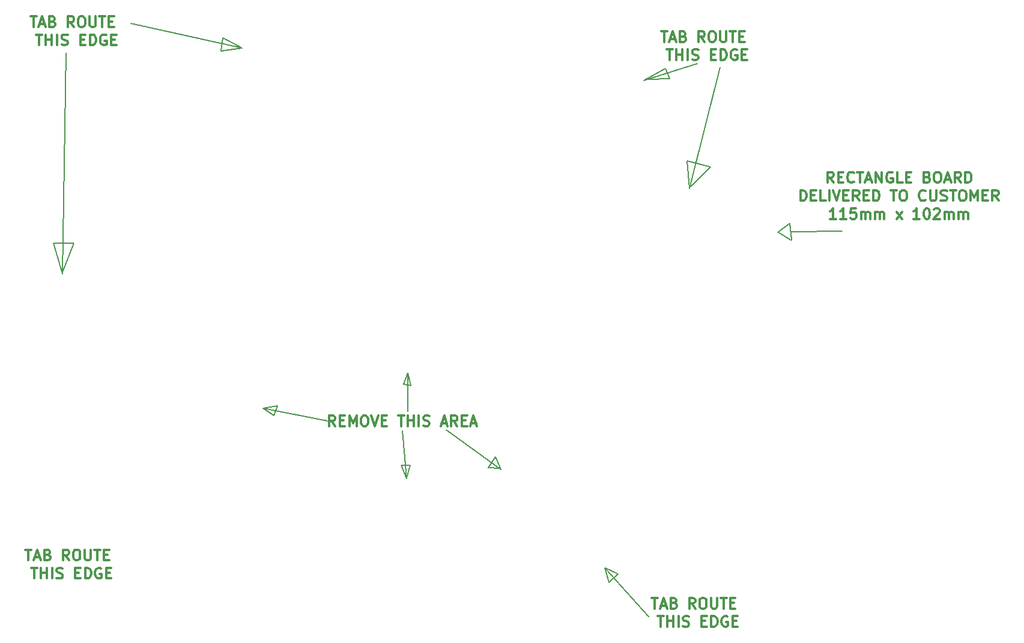
<source format=gbr>
G04 #@! TF.GenerationSoftware,KiCad,Pcbnew,(5.1.2)-2*
G04 #@! TF.CreationDate,2019-10-03T15:28:12-06:00*
G04 #@! TF.ProjectId,MagSensor,4d616753-656e-4736-9f72-2e6b69636164,rev?*
G04 #@! TF.SameCoordinates,Original*
G04 #@! TF.FileFunction,Other,Comment*
%FSLAX46Y46*%
G04 Gerber Fmt 4.6, Leading zero omitted, Abs format (unit mm)*
G04 Created by KiCad (PCBNEW (5.1.2)-2) date 2019-10-03 15:28:12*
%MOMM*%
%LPD*%
G04 APERTURE LIST*
%ADD10C,0.200000*%
%ADD11C,0.300000*%
G04 APERTURE END LIST*
D10*
X109323088Y-139905684D02*
X107823088Y-138905684D01*
X109823088Y-138505684D02*
X109323088Y-139905684D01*
X107823088Y-138905684D02*
X109823088Y-138505684D01*
X116823088Y-140605684D02*
X107823088Y-138905684D01*
X128523088Y-146905684D02*
X128023088Y-148705684D01*
X127223088Y-146905684D02*
X128523088Y-146905684D01*
X128023088Y-148805684D02*
X127223088Y-146905684D01*
X127423088Y-142005684D02*
X128023088Y-148805684D01*
X139523088Y-147205684D02*
X141223088Y-147305684D01*
X140523088Y-145705684D02*
X139523088Y-147205684D01*
X141323088Y-147505684D02*
X140523088Y-145705684D01*
X133623088Y-141905684D02*
X141323088Y-147505684D01*
X128623088Y-135605684D02*
X128223088Y-133905684D01*
X127623088Y-135505684D02*
X128623088Y-135605684D01*
X128223088Y-133905684D02*
X127623088Y-135505684D01*
X128223088Y-139305684D02*
X128223088Y-133905684D01*
X170823088Y-104805684D02*
X168123088Y-107505684D01*
X167523088Y-104005684D02*
X170823088Y-104805684D01*
X167923088Y-107905684D02*
X167523088Y-104005684D01*
X172223088Y-90805684D02*
X167923088Y-107905684D01*
X165123088Y-92405684D02*
X162223088Y-92505684D01*
X164523088Y-90905684D02*
X165123088Y-92405684D01*
X161423088Y-92605684D02*
X164523088Y-90905684D01*
X169023088Y-90305684D02*
X161423088Y-92605684D01*
D11*
X163887373Y-85709255D02*
X164744516Y-85709255D01*
X164315945Y-87209255D02*
X164315945Y-85709255D01*
X165173088Y-86780684D02*
X165887373Y-86780684D01*
X165030230Y-87209255D02*
X165530230Y-85709255D01*
X166030230Y-87209255D01*
X167030230Y-86423541D02*
X167244516Y-86494969D01*
X167315945Y-86566398D01*
X167387373Y-86709255D01*
X167387373Y-86923541D01*
X167315945Y-87066398D01*
X167244516Y-87137826D01*
X167101659Y-87209255D01*
X166530230Y-87209255D01*
X166530230Y-85709255D01*
X167030230Y-85709255D01*
X167173088Y-85780684D01*
X167244516Y-85852112D01*
X167315945Y-85994969D01*
X167315945Y-86137826D01*
X167244516Y-86280684D01*
X167173088Y-86352112D01*
X167030230Y-86423541D01*
X166530230Y-86423541D01*
X170030230Y-87209255D02*
X169530230Y-86494969D01*
X169173088Y-87209255D02*
X169173088Y-85709255D01*
X169744516Y-85709255D01*
X169887373Y-85780684D01*
X169958802Y-85852112D01*
X170030230Y-85994969D01*
X170030230Y-86209255D01*
X169958802Y-86352112D01*
X169887373Y-86423541D01*
X169744516Y-86494969D01*
X169173088Y-86494969D01*
X170958802Y-85709255D02*
X171244516Y-85709255D01*
X171387373Y-85780684D01*
X171530230Y-85923541D01*
X171601659Y-86209255D01*
X171601659Y-86709255D01*
X171530230Y-86994969D01*
X171387373Y-87137826D01*
X171244516Y-87209255D01*
X170958802Y-87209255D01*
X170815945Y-87137826D01*
X170673088Y-86994969D01*
X170601659Y-86709255D01*
X170601659Y-86209255D01*
X170673088Y-85923541D01*
X170815945Y-85780684D01*
X170958802Y-85709255D01*
X172244516Y-85709255D02*
X172244516Y-86923541D01*
X172315945Y-87066398D01*
X172387373Y-87137826D01*
X172530230Y-87209255D01*
X172815945Y-87209255D01*
X172958802Y-87137826D01*
X173030230Y-87066398D01*
X173101659Y-86923541D01*
X173101659Y-85709255D01*
X173601659Y-85709255D02*
X174458802Y-85709255D01*
X174030230Y-87209255D02*
X174030230Y-85709255D01*
X174958802Y-86423541D02*
X175458802Y-86423541D01*
X175673088Y-87209255D02*
X174958802Y-87209255D01*
X174958802Y-85709255D01*
X175673088Y-85709255D01*
X164708802Y-88259255D02*
X165565945Y-88259255D01*
X165137373Y-89759255D02*
X165137373Y-88259255D01*
X166065945Y-89759255D02*
X166065945Y-88259255D01*
X166065945Y-88973541D02*
X166923088Y-88973541D01*
X166923088Y-89759255D02*
X166923088Y-88259255D01*
X167637373Y-89759255D02*
X167637373Y-88259255D01*
X168280230Y-89687826D02*
X168494516Y-89759255D01*
X168851659Y-89759255D01*
X168994516Y-89687826D01*
X169065945Y-89616398D01*
X169137373Y-89473541D01*
X169137373Y-89330684D01*
X169065945Y-89187826D01*
X168994516Y-89116398D01*
X168851659Y-89044969D01*
X168565945Y-88973541D01*
X168423088Y-88902112D01*
X168351659Y-88830684D01*
X168280230Y-88687826D01*
X168280230Y-88544969D01*
X168351659Y-88402112D01*
X168423088Y-88330684D01*
X168565945Y-88259255D01*
X168923088Y-88259255D01*
X169137373Y-88330684D01*
X170923088Y-88973541D02*
X171423088Y-88973541D01*
X171637373Y-89759255D02*
X170923088Y-89759255D01*
X170923088Y-88259255D01*
X171637373Y-88259255D01*
X172280230Y-89759255D02*
X172280230Y-88259255D01*
X172637373Y-88259255D01*
X172851659Y-88330684D01*
X172994516Y-88473541D01*
X173065945Y-88616398D01*
X173137373Y-88902112D01*
X173137373Y-89116398D01*
X173065945Y-89402112D01*
X172994516Y-89544969D01*
X172851659Y-89687826D01*
X172637373Y-89759255D01*
X172280230Y-89759255D01*
X174565945Y-88330684D02*
X174423088Y-88259255D01*
X174208802Y-88259255D01*
X173994516Y-88330684D01*
X173851659Y-88473541D01*
X173780230Y-88616398D01*
X173708802Y-88902112D01*
X173708802Y-89116398D01*
X173780230Y-89402112D01*
X173851659Y-89544969D01*
X173994516Y-89687826D01*
X174208802Y-89759255D01*
X174351659Y-89759255D01*
X174565945Y-89687826D01*
X174637373Y-89616398D01*
X174637373Y-89116398D01*
X174351659Y-89116398D01*
X175280230Y-88973541D02*
X175780230Y-88973541D01*
X175994516Y-89759255D02*
X175280230Y-89759255D01*
X175280230Y-88259255D01*
X175994516Y-88259255D01*
D10*
X81123088Y-115605684D02*
X79623088Y-119505684D01*
X78223088Y-115605684D02*
X81123088Y-115605684D01*
X79523088Y-119905684D02*
X78223088Y-115605684D01*
X80023088Y-88705684D02*
X79523088Y-119905684D01*
X101823088Y-88505684D02*
X104823088Y-88105684D01*
X102123088Y-86605684D02*
X101823088Y-88505684D01*
X104823088Y-88105684D02*
X102123088Y-86605684D01*
X89123088Y-84605684D02*
X104823088Y-88105684D01*
D11*
X74987373Y-83609255D02*
X75844516Y-83609255D01*
X75415945Y-85109255D02*
X75415945Y-83609255D01*
X76273088Y-84680684D02*
X76987373Y-84680684D01*
X76130230Y-85109255D02*
X76630230Y-83609255D01*
X77130230Y-85109255D01*
X78130230Y-84323541D02*
X78344516Y-84394969D01*
X78415945Y-84466398D01*
X78487373Y-84609255D01*
X78487373Y-84823541D01*
X78415945Y-84966398D01*
X78344516Y-85037826D01*
X78201659Y-85109255D01*
X77630230Y-85109255D01*
X77630230Y-83609255D01*
X78130230Y-83609255D01*
X78273088Y-83680684D01*
X78344516Y-83752112D01*
X78415945Y-83894969D01*
X78415945Y-84037826D01*
X78344516Y-84180684D01*
X78273088Y-84252112D01*
X78130230Y-84323541D01*
X77630230Y-84323541D01*
X81130230Y-85109255D02*
X80630230Y-84394969D01*
X80273088Y-85109255D02*
X80273088Y-83609255D01*
X80844516Y-83609255D01*
X80987373Y-83680684D01*
X81058802Y-83752112D01*
X81130230Y-83894969D01*
X81130230Y-84109255D01*
X81058802Y-84252112D01*
X80987373Y-84323541D01*
X80844516Y-84394969D01*
X80273088Y-84394969D01*
X82058802Y-83609255D02*
X82344516Y-83609255D01*
X82487373Y-83680684D01*
X82630230Y-83823541D01*
X82701659Y-84109255D01*
X82701659Y-84609255D01*
X82630230Y-84894969D01*
X82487373Y-85037826D01*
X82344516Y-85109255D01*
X82058802Y-85109255D01*
X81915945Y-85037826D01*
X81773088Y-84894969D01*
X81701659Y-84609255D01*
X81701659Y-84109255D01*
X81773088Y-83823541D01*
X81915945Y-83680684D01*
X82058802Y-83609255D01*
X83344516Y-83609255D02*
X83344516Y-84823541D01*
X83415945Y-84966398D01*
X83487373Y-85037826D01*
X83630230Y-85109255D01*
X83915945Y-85109255D01*
X84058802Y-85037826D01*
X84130230Y-84966398D01*
X84201659Y-84823541D01*
X84201659Y-83609255D01*
X84701659Y-83609255D02*
X85558802Y-83609255D01*
X85130230Y-85109255D02*
X85130230Y-83609255D01*
X86058802Y-84323541D02*
X86558802Y-84323541D01*
X86773088Y-85109255D02*
X86058802Y-85109255D01*
X86058802Y-83609255D01*
X86773088Y-83609255D01*
X75808802Y-86159255D02*
X76665945Y-86159255D01*
X76237373Y-87659255D02*
X76237373Y-86159255D01*
X77165945Y-87659255D02*
X77165945Y-86159255D01*
X77165945Y-86873541D02*
X78023088Y-86873541D01*
X78023088Y-87659255D02*
X78023088Y-86159255D01*
X78737373Y-87659255D02*
X78737373Y-86159255D01*
X79380230Y-87587826D02*
X79594516Y-87659255D01*
X79951659Y-87659255D01*
X80094516Y-87587826D01*
X80165945Y-87516398D01*
X80237373Y-87373541D01*
X80237373Y-87230684D01*
X80165945Y-87087826D01*
X80094516Y-87016398D01*
X79951659Y-86944969D01*
X79665945Y-86873541D01*
X79523088Y-86802112D01*
X79451659Y-86730684D01*
X79380230Y-86587826D01*
X79380230Y-86444969D01*
X79451659Y-86302112D01*
X79523088Y-86230684D01*
X79665945Y-86159255D01*
X80023088Y-86159255D01*
X80237373Y-86230684D01*
X82023088Y-86873541D02*
X82523088Y-86873541D01*
X82737373Y-87659255D02*
X82023088Y-87659255D01*
X82023088Y-86159255D01*
X82737373Y-86159255D01*
X83380230Y-87659255D02*
X83380230Y-86159255D01*
X83737373Y-86159255D01*
X83951659Y-86230684D01*
X84094516Y-86373541D01*
X84165945Y-86516398D01*
X84237373Y-86802112D01*
X84237373Y-87016398D01*
X84165945Y-87302112D01*
X84094516Y-87444969D01*
X83951659Y-87587826D01*
X83737373Y-87659255D01*
X83380230Y-87659255D01*
X85665945Y-86230684D02*
X85523088Y-86159255D01*
X85308802Y-86159255D01*
X85094516Y-86230684D01*
X84951659Y-86373541D01*
X84880230Y-86516398D01*
X84808802Y-86802112D01*
X84808802Y-87016398D01*
X84880230Y-87302112D01*
X84951659Y-87444969D01*
X85094516Y-87587826D01*
X85308802Y-87659255D01*
X85451659Y-87659255D01*
X85665945Y-87587826D01*
X85737373Y-87516398D01*
X85737373Y-87016398D01*
X85451659Y-87016398D01*
X86380230Y-86873541D02*
X86880230Y-86873541D01*
X87094516Y-87659255D02*
X86380230Y-87659255D01*
X86380230Y-86159255D01*
X87094516Y-86159255D01*
X74287373Y-158809255D02*
X75144516Y-158809255D01*
X74715945Y-160309255D02*
X74715945Y-158809255D01*
X75573088Y-159880684D02*
X76287373Y-159880684D01*
X75430230Y-160309255D02*
X75930230Y-158809255D01*
X76430230Y-160309255D01*
X77430230Y-159523541D02*
X77644516Y-159594969D01*
X77715945Y-159666398D01*
X77787373Y-159809255D01*
X77787373Y-160023541D01*
X77715945Y-160166398D01*
X77644516Y-160237826D01*
X77501659Y-160309255D01*
X76930230Y-160309255D01*
X76930230Y-158809255D01*
X77430230Y-158809255D01*
X77573088Y-158880684D01*
X77644516Y-158952112D01*
X77715945Y-159094969D01*
X77715945Y-159237826D01*
X77644516Y-159380684D01*
X77573088Y-159452112D01*
X77430230Y-159523541D01*
X76930230Y-159523541D01*
X80430230Y-160309255D02*
X79930230Y-159594969D01*
X79573088Y-160309255D02*
X79573088Y-158809255D01*
X80144516Y-158809255D01*
X80287373Y-158880684D01*
X80358802Y-158952112D01*
X80430230Y-159094969D01*
X80430230Y-159309255D01*
X80358802Y-159452112D01*
X80287373Y-159523541D01*
X80144516Y-159594969D01*
X79573088Y-159594969D01*
X81358802Y-158809255D02*
X81644516Y-158809255D01*
X81787373Y-158880684D01*
X81930230Y-159023541D01*
X82001659Y-159309255D01*
X82001659Y-159809255D01*
X81930230Y-160094969D01*
X81787373Y-160237826D01*
X81644516Y-160309255D01*
X81358802Y-160309255D01*
X81215945Y-160237826D01*
X81073088Y-160094969D01*
X81001659Y-159809255D01*
X81001659Y-159309255D01*
X81073088Y-159023541D01*
X81215945Y-158880684D01*
X81358802Y-158809255D01*
X82644516Y-158809255D02*
X82644516Y-160023541D01*
X82715945Y-160166398D01*
X82787373Y-160237826D01*
X82930230Y-160309255D01*
X83215945Y-160309255D01*
X83358802Y-160237826D01*
X83430230Y-160166398D01*
X83501659Y-160023541D01*
X83501659Y-158809255D01*
X84001659Y-158809255D02*
X84858802Y-158809255D01*
X84430230Y-160309255D02*
X84430230Y-158809255D01*
X85358802Y-159523541D02*
X85858802Y-159523541D01*
X86073088Y-160309255D02*
X85358802Y-160309255D01*
X85358802Y-158809255D01*
X86073088Y-158809255D01*
X75108802Y-161359255D02*
X75965945Y-161359255D01*
X75537373Y-162859255D02*
X75537373Y-161359255D01*
X76465945Y-162859255D02*
X76465945Y-161359255D01*
X76465945Y-162073541D02*
X77323088Y-162073541D01*
X77323088Y-162859255D02*
X77323088Y-161359255D01*
X78037373Y-162859255D02*
X78037373Y-161359255D01*
X78680230Y-162787826D02*
X78894516Y-162859255D01*
X79251659Y-162859255D01*
X79394516Y-162787826D01*
X79465945Y-162716398D01*
X79537373Y-162573541D01*
X79537373Y-162430684D01*
X79465945Y-162287826D01*
X79394516Y-162216398D01*
X79251659Y-162144969D01*
X78965945Y-162073541D01*
X78823088Y-162002112D01*
X78751659Y-161930684D01*
X78680230Y-161787826D01*
X78680230Y-161644969D01*
X78751659Y-161502112D01*
X78823088Y-161430684D01*
X78965945Y-161359255D01*
X79323088Y-161359255D01*
X79537373Y-161430684D01*
X81323088Y-162073541D02*
X81823088Y-162073541D01*
X82037373Y-162859255D02*
X81323088Y-162859255D01*
X81323088Y-161359255D01*
X82037373Y-161359255D01*
X82680230Y-162859255D02*
X82680230Y-161359255D01*
X83037373Y-161359255D01*
X83251659Y-161430684D01*
X83394516Y-161573541D01*
X83465945Y-161716398D01*
X83537373Y-162002112D01*
X83537373Y-162216398D01*
X83465945Y-162502112D01*
X83394516Y-162644969D01*
X83251659Y-162787826D01*
X83037373Y-162859255D01*
X82680230Y-162859255D01*
X84965945Y-161430684D02*
X84823088Y-161359255D01*
X84608802Y-161359255D01*
X84394516Y-161430684D01*
X84251659Y-161573541D01*
X84180230Y-161716398D01*
X84108802Y-162002112D01*
X84108802Y-162216398D01*
X84180230Y-162502112D01*
X84251659Y-162644969D01*
X84394516Y-162787826D01*
X84608802Y-162859255D01*
X84751659Y-162859255D01*
X84965945Y-162787826D01*
X85037373Y-162716398D01*
X85037373Y-162216398D01*
X84751659Y-162216398D01*
X85680230Y-162073541D02*
X86180230Y-162073541D01*
X86394516Y-162859255D02*
X85680230Y-162859255D01*
X85680230Y-161359255D01*
X86394516Y-161359255D01*
D10*
X157823088Y-162205684D02*
X156023088Y-161405684D01*
X156523088Y-163405684D02*
X157823088Y-162205684D01*
X155923088Y-161405684D02*
X156523088Y-163405684D01*
X162123088Y-168205684D02*
X155923088Y-161405684D01*
D11*
X162587373Y-165609255D02*
X163444516Y-165609255D01*
X163015945Y-167109255D02*
X163015945Y-165609255D01*
X163873088Y-166680684D02*
X164587373Y-166680684D01*
X163730230Y-167109255D02*
X164230230Y-165609255D01*
X164730230Y-167109255D01*
X165730230Y-166323541D02*
X165944516Y-166394969D01*
X166015945Y-166466398D01*
X166087373Y-166609255D01*
X166087373Y-166823541D01*
X166015945Y-166966398D01*
X165944516Y-167037826D01*
X165801659Y-167109255D01*
X165230230Y-167109255D01*
X165230230Y-165609255D01*
X165730230Y-165609255D01*
X165873088Y-165680684D01*
X165944516Y-165752112D01*
X166015945Y-165894969D01*
X166015945Y-166037826D01*
X165944516Y-166180684D01*
X165873088Y-166252112D01*
X165730230Y-166323541D01*
X165230230Y-166323541D01*
X168730230Y-167109255D02*
X168230230Y-166394969D01*
X167873088Y-167109255D02*
X167873088Y-165609255D01*
X168444516Y-165609255D01*
X168587373Y-165680684D01*
X168658802Y-165752112D01*
X168730230Y-165894969D01*
X168730230Y-166109255D01*
X168658802Y-166252112D01*
X168587373Y-166323541D01*
X168444516Y-166394969D01*
X167873088Y-166394969D01*
X169658802Y-165609255D02*
X169944516Y-165609255D01*
X170087373Y-165680684D01*
X170230230Y-165823541D01*
X170301659Y-166109255D01*
X170301659Y-166609255D01*
X170230230Y-166894969D01*
X170087373Y-167037826D01*
X169944516Y-167109255D01*
X169658802Y-167109255D01*
X169515945Y-167037826D01*
X169373088Y-166894969D01*
X169301659Y-166609255D01*
X169301659Y-166109255D01*
X169373088Y-165823541D01*
X169515945Y-165680684D01*
X169658802Y-165609255D01*
X170944516Y-165609255D02*
X170944516Y-166823541D01*
X171015945Y-166966398D01*
X171087373Y-167037826D01*
X171230230Y-167109255D01*
X171515945Y-167109255D01*
X171658802Y-167037826D01*
X171730230Y-166966398D01*
X171801659Y-166823541D01*
X171801659Y-165609255D01*
X172301659Y-165609255D02*
X173158802Y-165609255D01*
X172730230Y-167109255D02*
X172730230Y-165609255D01*
X173658802Y-166323541D02*
X174158802Y-166323541D01*
X174373088Y-167109255D02*
X173658802Y-167109255D01*
X173658802Y-165609255D01*
X174373088Y-165609255D01*
X163408802Y-168159255D02*
X164265945Y-168159255D01*
X163837373Y-169659255D02*
X163837373Y-168159255D01*
X164765945Y-169659255D02*
X164765945Y-168159255D01*
X164765945Y-168873541D02*
X165623088Y-168873541D01*
X165623088Y-169659255D02*
X165623088Y-168159255D01*
X166337373Y-169659255D02*
X166337373Y-168159255D01*
X166980230Y-169587826D02*
X167194516Y-169659255D01*
X167551659Y-169659255D01*
X167694516Y-169587826D01*
X167765945Y-169516398D01*
X167837373Y-169373541D01*
X167837373Y-169230684D01*
X167765945Y-169087826D01*
X167694516Y-169016398D01*
X167551659Y-168944969D01*
X167265945Y-168873541D01*
X167123088Y-168802112D01*
X167051659Y-168730684D01*
X166980230Y-168587826D01*
X166980230Y-168444969D01*
X167051659Y-168302112D01*
X167123088Y-168230684D01*
X167265945Y-168159255D01*
X167623088Y-168159255D01*
X167837373Y-168230684D01*
X169623088Y-168873541D02*
X170123088Y-168873541D01*
X170337373Y-169659255D02*
X169623088Y-169659255D01*
X169623088Y-168159255D01*
X170337373Y-168159255D01*
X170980230Y-169659255D02*
X170980230Y-168159255D01*
X171337373Y-168159255D01*
X171551659Y-168230684D01*
X171694516Y-168373541D01*
X171765945Y-168516398D01*
X171837373Y-168802112D01*
X171837373Y-169016398D01*
X171765945Y-169302112D01*
X171694516Y-169444969D01*
X171551659Y-169587826D01*
X171337373Y-169659255D01*
X170980230Y-169659255D01*
X173265945Y-168230684D02*
X173123088Y-168159255D01*
X172908802Y-168159255D01*
X172694516Y-168230684D01*
X172551659Y-168373541D01*
X172480230Y-168516398D01*
X172408802Y-168802112D01*
X172408802Y-169016398D01*
X172480230Y-169302112D01*
X172551659Y-169444969D01*
X172694516Y-169587826D01*
X172908802Y-169659255D01*
X173051659Y-169659255D01*
X173265945Y-169587826D01*
X173337373Y-169516398D01*
X173337373Y-169016398D01*
X173051659Y-169016398D01*
X173980230Y-168873541D02*
X174480230Y-168873541D01*
X174694516Y-169659255D02*
X173980230Y-169659255D01*
X173980230Y-168159255D01*
X174694516Y-168159255D01*
D10*
X182213088Y-115155684D02*
X180413088Y-114055684D01*
X182003088Y-112755684D02*
X182303088Y-115055684D01*
X180343088Y-114015684D02*
X182043088Y-112815684D01*
X189423088Y-113885684D02*
X182223088Y-113985684D01*
D11*
X188213088Y-107054255D02*
X187713088Y-106339969D01*
X187355945Y-107054255D02*
X187355945Y-105554255D01*
X187927373Y-105554255D01*
X188070230Y-105625684D01*
X188141659Y-105697112D01*
X188213088Y-105839969D01*
X188213088Y-106054255D01*
X188141659Y-106197112D01*
X188070230Y-106268541D01*
X187927373Y-106339969D01*
X187355945Y-106339969D01*
X188855945Y-106268541D02*
X189355945Y-106268541D01*
X189570230Y-107054255D02*
X188855945Y-107054255D01*
X188855945Y-105554255D01*
X189570230Y-105554255D01*
X191070230Y-106911398D02*
X190998802Y-106982826D01*
X190784516Y-107054255D01*
X190641659Y-107054255D01*
X190427373Y-106982826D01*
X190284516Y-106839969D01*
X190213088Y-106697112D01*
X190141659Y-106411398D01*
X190141659Y-106197112D01*
X190213088Y-105911398D01*
X190284516Y-105768541D01*
X190427373Y-105625684D01*
X190641659Y-105554255D01*
X190784516Y-105554255D01*
X190998802Y-105625684D01*
X191070230Y-105697112D01*
X191498802Y-105554255D02*
X192355945Y-105554255D01*
X191927373Y-107054255D02*
X191927373Y-105554255D01*
X192784516Y-106625684D02*
X193498802Y-106625684D01*
X192641659Y-107054255D02*
X193141659Y-105554255D01*
X193641659Y-107054255D01*
X194141659Y-107054255D02*
X194141659Y-105554255D01*
X194998802Y-107054255D01*
X194998802Y-105554255D01*
X196498802Y-105625684D02*
X196355945Y-105554255D01*
X196141659Y-105554255D01*
X195927373Y-105625684D01*
X195784516Y-105768541D01*
X195713088Y-105911398D01*
X195641659Y-106197112D01*
X195641659Y-106411398D01*
X195713088Y-106697112D01*
X195784516Y-106839969D01*
X195927373Y-106982826D01*
X196141659Y-107054255D01*
X196284516Y-107054255D01*
X196498802Y-106982826D01*
X196570230Y-106911398D01*
X196570230Y-106411398D01*
X196284516Y-106411398D01*
X197927373Y-107054255D02*
X197213088Y-107054255D01*
X197213088Y-105554255D01*
X198427373Y-106268541D02*
X198927373Y-106268541D01*
X199141659Y-107054255D02*
X198427373Y-107054255D01*
X198427373Y-105554255D01*
X199141659Y-105554255D01*
X201427373Y-106268541D02*
X201641659Y-106339969D01*
X201713088Y-106411398D01*
X201784516Y-106554255D01*
X201784516Y-106768541D01*
X201713088Y-106911398D01*
X201641659Y-106982826D01*
X201498802Y-107054255D01*
X200927373Y-107054255D01*
X200927373Y-105554255D01*
X201427373Y-105554255D01*
X201570230Y-105625684D01*
X201641659Y-105697112D01*
X201713088Y-105839969D01*
X201713088Y-105982826D01*
X201641659Y-106125684D01*
X201570230Y-106197112D01*
X201427373Y-106268541D01*
X200927373Y-106268541D01*
X202713088Y-105554255D02*
X202998802Y-105554255D01*
X203141659Y-105625684D01*
X203284516Y-105768541D01*
X203355945Y-106054255D01*
X203355945Y-106554255D01*
X203284516Y-106839969D01*
X203141659Y-106982826D01*
X202998802Y-107054255D01*
X202713088Y-107054255D01*
X202570230Y-106982826D01*
X202427373Y-106839969D01*
X202355945Y-106554255D01*
X202355945Y-106054255D01*
X202427373Y-105768541D01*
X202570230Y-105625684D01*
X202713088Y-105554255D01*
X203927373Y-106625684D02*
X204641659Y-106625684D01*
X203784516Y-107054255D02*
X204284516Y-105554255D01*
X204784516Y-107054255D01*
X206141659Y-107054255D02*
X205641659Y-106339969D01*
X205284516Y-107054255D02*
X205284516Y-105554255D01*
X205855945Y-105554255D01*
X205998802Y-105625684D01*
X206070230Y-105697112D01*
X206141659Y-105839969D01*
X206141659Y-106054255D01*
X206070230Y-106197112D01*
X205998802Y-106268541D01*
X205855945Y-106339969D01*
X205284516Y-106339969D01*
X206784516Y-107054255D02*
X206784516Y-105554255D01*
X207141659Y-105554255D01*
X207355945Y-105625684D01*
X207498802Y-105768541D01*
X207570230Y-105911398D01*
X207641659Y-106197112D01*
X207641659Y-106411398D01*
X207570230Y-106697112D01*
X207498802Y-106839969D01*
X207355945Y-106982826D01*
X207141659Y-107054255D01*
X206784516Y-107054255D01*
X183534516Y-109604255D02*
X183534516Y-108104255D01*
X183891659Y-108104255D01*
X184105945Y-108175684D01*
X184248802Y-108318541D01*
X184320230Y-108461398D01*
X184391659Y-108747112D01*
X184391659Y-108961398D01*
X184320230Y-109247112D01*
X184248802Y-109389969D01*
X184105945Y-109532826D01*
X183891659Y-109604255D01*
X183534516Y-109604255D01*
X185034516Y-108818541D02*
X185534516Y-108818541D01*
X185748802Y-109604255D02*
X185034516Y-109604255D01*
X185034516Y-108104255D01*
X185748802Y-108104255D01*
X187105945Y-109604255D02*
X186391659Y-109604255D01*
X186391659Y-108104255D01*
X187605945Y-109604255D02*
X187605945Y-108104255D01*
X188105945Y-108104255D02*
X188605945Y-109604255D01*
X189105945Y-108104255D01*
X189605945Y-108818541D02*
X190105945Y-108818541D01*
X190320230Y-109604255D02*
X189605945Y-109604255D01*
X189605945Y-108104255D01*
X190320230Y-108104255D01*
X191820230Y-109604255D02*
X191320230Y-108889969D01*
X190963088Y-109604255D02*
X190963088Y-108104255D01*
X191534516Y-108104255D01*
X191677373Y-108175684D01*
X191748802Y-108247112D01*
X191820230Y-108389969D01*
X191820230Y-108604255D01*
X191748802Y-108747112D01*
X191677373Y-108818541D01*
X191534516Y-108889969D01*
X190963088Y-108889969D01*
X192463088Y-108818541D02*
X192963088Y-108818541D01*
X193177373Y-109604255D02*
X192463088Y-109604255D01*
X192463088Y-108104255D01*
X193177373Y-108104255D01*
X193820230Y-109604255D02*
X193820230Y-108104255D01*
X194177373Y-108104255D01*
X194391659Y-108175684D01*
X194534516Y-108318541D01*
X194605945Y-108461398D01*
X194677373Y-108747112D01*
X194677373Y-108961398D01*
X194605945Y-109247112D01*
X194534516Y-109389969D01*
X194391659Y-109532826D01*
X194177373Y-109604255D01*
X193820230Y-109604255D01*
X196248802Y-108104255D02*
X197105945Y-108104255D01*
X196677373Y-109604255D02*
X196677373Y-108104255D01*
X197891659Y-108104255D02*
X198177373Y-108104255D01*
X198320230Y-108175684D01*
X198463087Y-108318541D01*
X198534516Y-108604255D01*
X198534516Y-109104255D01*
X198463087Y-109389969D01*
X198320230Y-109532826D01*
X198177373Y-109604255D01*
X197891659Y-109604255D01*
X197748802Y-109532826D01*
X197605945Y-109389969D01*
X197534516Y-109104255D01*
X197534516Y-108604255D01*
X197605945Y-108318541D01*
X197748802Y-108175684D01*
X197891659Y-108104255D01*
X201177373Y-109461398D02*
X201105945Y-109532826D01*
X200891659Y-109604255D01*
X200748802Y-109604255D01*
X200534516Y-109532826D01*
X200391659Y-109389969D01*
X200320230Y-109247112D01*
X200248802Y-108961398D01*
X200248802Y-108747112D01*
X200320230Y-108461398D01*
X200391659Y-108318541D01*
X200534516Y-108175684D01*
X200748802Y-108104255D01*
X200891659Y-108104255D01*
X201105945Y-108175684D01*
X201177373Y-108247112D01*
X201820230Y-108104255D02*
X201820230Y-109318541D01*
X201891659Y-109461398D01*
X201963087Y-109532826D01*
X202105945Y-109604255D01*
X202391659Y-109604255D01*
X202534516Y-109532826D01*
X202605945Y-109461398D01*
X202677373Y-109318541D01*
X202677373Y-108104255D01*
X203320230Y-109532826D02*
X203534516Y-109604255D01*
X203891659Y-109604255D01*
X204034516Y-109532826D01*
X204105945Y-109461398D01*
X204177373Y-109318541D01*
X204177373Y-109175684D01*
X204105945Y-109032826D01*
X204034516Y-108961398D01*
X203891659Y-108889969D01*
X203605945Y-108818541D01*
X203463087Y-108747112D01*
X203391659Y-108675684D01*
X203320230Y-108532826D01*
X203320230Y-108389969D01*
X203391659Y-108247112D01*
X203463087Y-108175684D01*
X203605945Y-108104255D01*
X203963087Y-108104255D01*
X204177373Y-108175684D01*
X204605945Y-108104255D02*
X205463087Y-108104255D01*
X205034516Y-109604255D02*
X205034516Y-108104255D01*
X206248802Y-108104255D02*
X206534516Y-108104255D01*
X206677373Y-108175684D01*
X206820230Y-108318541D01*
X206891659Y-108604255D01*
X206891659Y-109104255D01*
X206820230Y-109389969D01*
X206677373Y-109532826D01*
X206534516Y-109604255D01*
X206248802Y-109604255D01*
X206105945Y-109532826D01*
X205963087Y-109389969D01*
X205891659Y-109104255D01*
X205891659Y-108604255D01*
X205963087Y-108318541D01*
X206105945Y-108175684D01*
X206248802Y-108104255D01*
X207534516Y-109604255D02*
X207534516Y-108104255D01*
X208034516Y-109175684D01*
X208534516Y-108104255D01*
X208534516Y-109604255D01*
X209248802Y-108818541D02*
X209748802Y-108818541D01*
X209963087Y-109604255D02*
X209248802Y-109604255D01*
X209248802Y-108104255D01*
X209963087Y-108104255D01*
X211463087Y-109604255D02*
X210963087Y-108889969D01*
X210605945Y-109604255D02*
X210605945Y-108104255D01*
X211177373Y-108104255D01*
X211320230Y-108175684D01*
X211391659Y-108247112D01*
X211463087Y-108389969D01*
X211463087Y-108604255D01*
X211391659Y-108747112D01*
X211320230Y-108818541D01*
X211177373Y-108889969D01*
X210605945Y-108889969D01*
X188570230Y-112154255D02*
X187713088Y-112154255D01*
X188141659Y-112154255D02*
X188141659Y-110654255D01*
X187998802Y-110868541D01*
X187855945Y-111011398D01*
X187713088Y-111082826D01*
X189998802Y-112154255D02*
X189141659Y-112154255D01*
X189570230Y-112154255D02*
X189570230Y-110654255D01*
X189427373Y-110868541D01*
X189284516Y-111011398D01*
X189141659Y-111082826D01*
X191355945Y-110654255D02*
X190641659Y-110654255D01*
X190570230Y-111368541D01*
X190641659Y-111297112D01*
X190784516Y-111225684D01*
X191141659Y-111225684D01*
X191284516Y-111297112D01*
X191355945Y-111368541D01*
X191427373Y-111511398D01*
X191427373Y-111868541D01*
X191355945Y-112011398D01*
X191284516Y-112082826D01*
X191141659Y-112154255D01*
X190784516Y-112154255D01*
X190641659Y-112082826D01*
X190570230Y-112011398D01*
X192070230Y-112154255D02*
X192070230Y-111154255D01*
X192070230Y-111297112D02*
X192141659Y-111225684D01*
X192284516Y-111154255D01*
X192498802Y-111154255D01*
X192641659Y-111225684D01*
X192713088Y-111368541D01*
X192713088Y-112154255D01*
X192713088Y-111368541D02*
X192784516Y-111225684D01*
X192927373Y-111154255D01*
X193141659Y-111154255D01*
X193284516Y-111225684D01*
X193355945Y-111368541D01*
X193355945Y-112154255D01*
X194070230Y-112154255D02*
X194070230Y-111154255D01*
X194070230Y-111297112D02*
X194141659Y-111225684D01*
X194284516Y-111154255D01*
X194498802Y-111154255D01*
X194641659Y-111225684D01*
X194713088Y-111368541D01*
X194713088Y-112154255D01*
X194713088Y-111368541D02*
X194784516Y-111225684D01*
X194927373Y-111154255D01*
X195141659Y-111154255D01*
X195284516Y-111225684D01*
X195355945Y-111368541D01*
X195355945Y-112154255D01*
X197070230Y-112154255D02*
X197855945Y-111154255D01*
X197070230Y-111154255D02*
X197855945Y-112154255D01*
X200355945Y-112154255D02*
X199498802Y-112154255D01*
X199927373Y-112154255D02*
X199927373Y-110654255D01*
X199784516Y-110868541D01*
X199641659Y-111011398D01*
X199498802Y-111082826D01*
X201284516Y-110654255D02*
X201427373Y-110654255D01*
X201570230Y-110725684D01*
X201641659Y-110797112D01*
X201713088Y-110939969D01*
X201784516Y-111225684D01*
X201784516Y-111582826D01*
X201713088Y-111868541D01*
X201641659Y-112011398D01*
X201570230Y-112082826D01*
X201427373Y-112154255D01*
X201284516Y-112154255D01*
X201141659Y-112082826D01*
X201070230Y-112011398D01*
X200998802Y-111868541D01*
X200927373Y-111582826D01*
X200927373Y-111225684D01*
X200998802Y-110939969D01*
X201070230Y-110797112D01*
X201141659Y-110725684D01*
X201284516Y-110654255D01*
X202355945Y-110797112D02*
X202427373Y-110725684D01*
X202570230Y-110654255D01*
X202927373Y-110654255D01*
X203070230Y-110725684D01*
X203141659Y-110797112D01*
X203213088Y-110939969D01*
X203213088Y-111082826D01*
X203141659Y-111297112D01*
X202284516Y-112154255D01*
X203213088Y-112154255D01*
X203855945Y-112154255D02*
X203855945Y-111154255D01*
X203855945Y-111297112D02*
X203927373Y-111225684D01*
X204070230Y-111154255D01*
X204284516Y-111154255D01*
X204427373Y-111225684D01*
X204498802Y-111368541D01*
X204498802Y-112154255D01*
X204498802Y-111368541D02*
X204570230Y-111225684D01*
X204713088Y-111154255D01*
X204927373Y-111154255D01*
X205070230Y-111225684D01*
X205141659Y-111368541D01*
X205141659Y-112154255D01*
X205855945Y-112154255D02*
X205855945Y-111154255D01*
X205855945Y-111297112D02*
X205927373Y-111225684D01*
X206070230Y-111154255D01*
X206284516Y-111154255D01*
X206427373Y-111225684D01*
X206498802Y-111368541D01*
X206498802Y-112154255D01*
X206498802Y-111368541D02*
X206570230Y-111225684D01*
X206713088Y-111154255D01*
X206927373Y-111154255D01*
X207070230Y-111225684D01*
X207141659Y-111368541D01*
X207141659Y-112154255D01*
X117958802Y-141384255D02*
X117458802Y-140669969D01*
X117101659Y-141384255D02*
X117101659Y-139884255D01*
X117673088Y-139884255D01*
X117815945Y-139955684D01*
X117887373Y-140027112D01*
X117958802Y-140169969D01*
X117958802Y-140384255D01*
X117887373Y-140527112D01*
X117815945Y-140598541D01*
X117673088Y-140669969D01*
X117101659Y-140669969D01*
X118601659Y-140598541D02*
X119101659Y-140598541D01*
X119315945Y-141384255D02*
X118601659Y-141384255D01*
X118601659Y-139884255D01*
X119315945Y-139884255D01*
X119958802Y-141384255D02*
X119958802Y-139884255D01*
X120458802Y-140955684D01*
X120958802Y-139884255D01*
X120958802Y-141384255D01*
X121958802Y-139884255D02*
X122244516Y-139884255D01*
X122387373Y-139955684D01*
X122530230Y-140098541D01*
X122601659Y-140384255D01*
X122601659Y-140884255D01*
X122530230Y-141169969D01*
X122387373Y-141312826D01*
X122244516Y-141384255D01*
X121958802Y-141384255D01*
X121815945Y-141312826D01*
X121673088Y-141169969D01*
X121601659Y-140884255D01*
X121601659Y-140384255D01*
X121673088Y-140098541D01*
X121815945Y-139955684D01*
X121958802Y-139884255D01*
X123030230Y-139884255D02*
X123530230Y-141384255D01*
X124030230Y-139884255D01*
X124530230Y-140598541D02*
X125030230Y-140598541D01*
X125244516Y-141384255D02*
X124530230Y-141384255D01*
X124530230Y-139884255D01*
X125244516Y-139884255D01*
X126815945Y-139884255D02*
X127673088Y-139884255D01*
X127244516Y-141384255D02*
X127244516Y-139884255D01*
X128173087Y-141384255D02*
X128173087Y-139884255D01*
X128173087Y-140598541D02*
X129030230Y-140598541D01*
X129030230Y-141384255D02*
X129030230Y-139884255D01*
X129744516Y-141384255D02*
X129744516Y-139884255D01*
X130387373Y-141312826D02*
X130601659Y-141384255D01*
X130958802Y-141384255D01*
X131101659Y-141312826D01*
X131173087Y-141241398D01*
X131244516Y-141098541D01*
X131244516Y-140955684D01*
X131173087Y-140812826D01*
X131101659Y-140741398D01*
X130958802Y-140669969D01*
X130673087Y-140598541D01*
X130530230Y-140527112D01*
X130458802Y-140455684D01*
X130387373Y-140312826D01*
X130387373Y-140169969D01*
X130458802Y-140027112D01*
X130530230Y-139955684D01*
X130673087Y-139884255D01*
X131030230Y-139884255D01*
X131244516Y-139955684D01*
X132958802Y-140955684D02*
X133673088Y-140955684D01*
X132815945Y-141384255D02*
X133315945Y-139884255D01*
X133815945Y-141384255D01*
X135173088Y-141384255D02*
X134673088Y-140669969D01*
X134315945Y-141384255D02*
X134315945Y-139884255D01*
X134887373Y-139884255D01*
X135030230Y-139955684D01*
X135101659Y-140027112D01*
X135173088Y-140169969D01*
X135173088Y-140384255D01*
X135101659Y-140527112D01*
X135030230Y-140598541D01*
X134887373Y-140669969D01*
X134315945Y-140669969D01*
X135815945Y-140598541D02*
X136315945Y-140598541D01*
X136530230Y-141384255D02*
X135815945Y-141384255D01*
X135815945Y-139884255D01*
X136530230Y-139884255D01*
X137101659Y-140955684D02*
X137815945Y-140955684D01*
X136958802Y-141384255D02*
X137458802Y-139884255D01*
X137958802Y-141384255D01*
M02*

</source>
